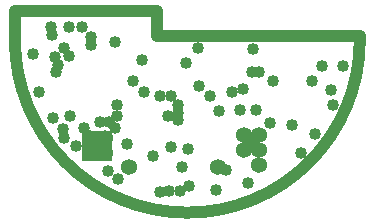
<source format=gbr>
G04 Layer_Physical_Order=2*
G04 Layer_Color=32768*
%FSLAX25Y25*%
%MOIN*%
%TF.FileFunction,Copper,L2,Inr,Plane*%
%TF.Part,Single*%
G01*
G75*
%ADD37C,0.04000*%
%ADD38R,0.05000X0.05000*%
%ADD39R,0.10000X0.10000*%
%TA.AperFunction,ViaPad*%
%ADD40C,0.05362*%
%TA.AperFunction,ViaPad*%
%ADD41C,0.04000*%
D37*
X337606Y288999D02*
G03*
X452566Y288720I57480J-279D01*
G01*
X337606Y288999D02*
Y298500D01*
X385007D01*
Y290000D02*
Y298500D01*
Y290000D02*
X452566D01*
Y288720D02*
Y290000D01*
D38*
X416507Y254500D02*
D03*
D39*
X365000Y253500D02*
D03*
D40*
X414007Y257000D02*
D03*
X419007D02*
D03*
X414007Y252000D02*
D03*
X419007D02*
D03*
Y247000D02*
D03*
X362507Y251000D02*
D03*
Y256000D02*
D03*
X367507Y251000D02*
D03*
Y256000D02*
D03*
X405271Y246500D02*
D03*
X375743D02*
D03*
D41*
X345500Y271500D02*
D03*
X413500Y272500D02*
D03*
X443000Y272000D02*
D03*
X436500Y275000D02*
D03*
X394500Y281000D02*
D03*
X392000Y262000D02*
D03*
X395500Y240000D02*
D03*
X389523Y252977D02*
D03*
X389000Y238500D02*
D03*
X392500D02*
D03*
X386000Y238000D02*
D03*
X393460Y246540D02*
D03*
X395428Y252572D02*
D03*
X404673Y238827D02*
D03*
X353673Y259173D02*
D03*
X350327Y262827D02*
D03*
X369000Y261500D02*
D03*
X372000Y242500D02*
D03*
X375000Y254000D02*
D03*
X354000Y256000D02*
D03*
X371500Y267000D02*
D03*
Y263500D02*
D03*
X388500D02*
D03*
X392000Y267000D02*
D03*
Y264500D02*
D03*
X430000Y260500D02*
D03*
X422500Y261000D02*
D03*
X385854Y270000D02*
D03*
X437500Y257500D02*
D03*
X443500Y267000D02*
D03*
X366000Y261500D02*
D03*
X368500Y245000D02*
D03*
X360500Y259500D02*
D03*
X358000Y253500D02*
D03*
X371000Y259500D02*
D03*
X380500Y271327D02*
D03*
X355500Y293173D02*
D03*
X380000Y282000D02*
D03*
X389500Y270000D02*
D03*
X362856Y287144D02*
D03*
X343500Y284000D02*
D03*
X349500Y293000D02*
D03*
X350000Y290500D02*
D03*
X356000Y263500D02*
D03*
X415173Y241000D02*
D03*
X408000Y245500D02*
D03*
X354000Y286000D02*
D03*
X410000Y271500D02*
D03*
X423500Y275000D02*
D03*
X433000Y251000D02*
D03*
X398500Y286059D02*
D03*
X416827Y285673D02*
D03*
X447000Y280000D02*
D03*
X440000D02*
D03*
X351000Y283000D02*
D03*
X383500Y250000D02*
D03*
X402500Y270000D02*
D03*
X399000Y273500D02*
D03*
X377000Y275000D02*
D03*
X419000Y278000D02*
D03*
X405500Y265000D02*
D03*
X412500Y265500D02*
D03*
X416500Y277956D02*
D03*
X418000Y265500D02*
D03*
X360000Y293173D02*
D03*
X371000Y288000D02*
D03*
X363000Y289924D02*
D03*
X352000Y280500D02*
D03*
X351199Y278121D02*
D03*
X355500Y283500D02*
D03*
%TF.MD5,A1547CE75F7546E26762DECCA69A4566*%
M02*

</source>
